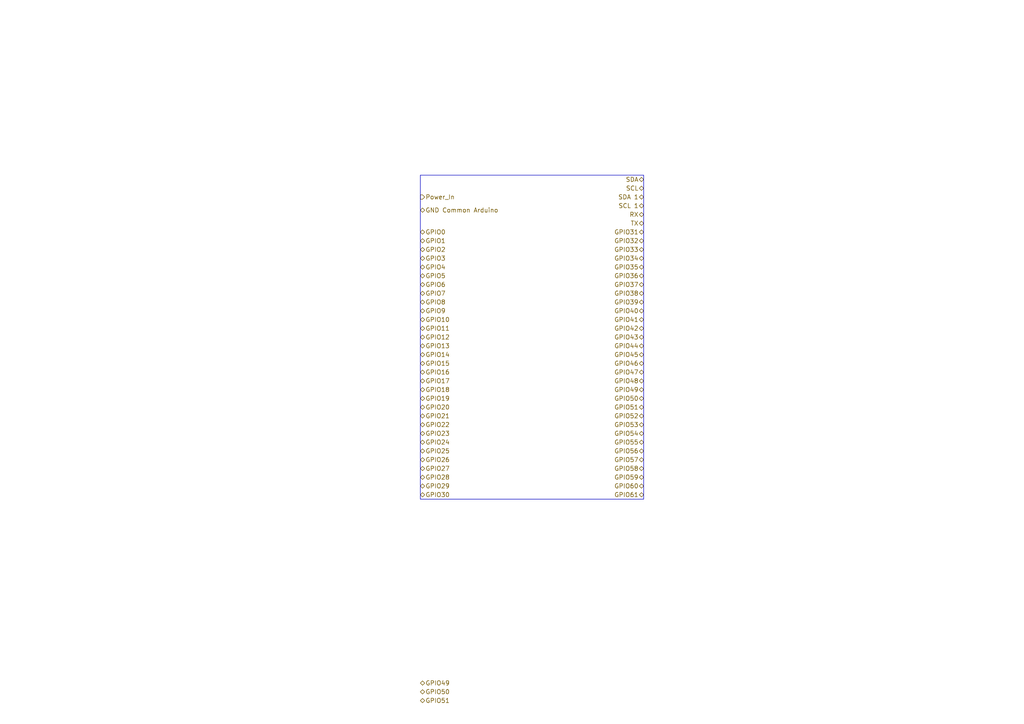
<source format=kicad_sch>
(kicad_sch
	(version 20231120)
	(generator "eeschema")
	(generator_version "8.0")
	(uuid "4210f74c-9338-4dd5-a44d-0b2393a89c41")
	(paper "A4")
	(lib_symbols)
	(rectangle
		(start 121.92 50.8)
		(end 186.69 144.78)
		(stroke
			(width 0)
			(type default)
		)
		(fill
			(type none)
		)
		(uuid b546156e-b01e-4dff-809b-6c69c6e556bb)
	)
	(hierarchical_label "GPIO21"
		(shape bidirectional)
		(at 121.92 120.65 0)
		(fields_autoplaced yes)
		(effects
			(font
				(size 1.27 1.27)
			)
			(justify left)
		)
		(uuid "02fb44d2-feb6-4306-b3d2-c209bcc75d81")
	)
	(hierarchical_label "GPIO18"
		(shape bidirectional)
		(at 121.92 113.03 0)
		(fields_autoplaced yes)
		(effects
			(font
				(size 1.27 1.27)
			)
			(justify left)
		)
		(uuid "0467f31e-0a96-4e9a-ace4-e4bbea391884")
	)
	(hierarchical_label "GPIO2"
		(shape bidirectional)
		(at 121.92 72.39 0)
		(fields_autoplaced yes)
		(effects
			(font
				(size 1.27 1.27)
			)
			(justify left)
		)
		(uuid "06b917ee-b6d0-4526-9661-8590dcfdd218")
	)
	(hierarchical_label "GPIO22"
		(shape bidirectional)
		(at 121.92 123.19 0)
		(fields_autoplaced yes)
		(effects
			(font
				(size 1.27 1.27)
			)
			(justify left)
		)
		(uuid "095d77f7-765f-4507-97ee-0d7e2736693f")
	)
	(hierarchical_label "GPIO51"
		(shape bidirectional)
		(at 121.92 203.2 0)
		(fields_autoplaced yes)
		(effects
			(font
				(size 1.27 1.27)
			)
			(justify left)
		)
		(uuid "0d9d6993-b1af-4e9d-9e87-5b6f2cba0fbf")
	)
	(hierarchical_label "GND Common Arduino"
		(shape bidirectional)
		(at 121.92 60.96 0)
		(fields_autoplaced yes)
		(effects
			(font
				(size 1.27 1.27)
			)
			(justify left)
		)
		(uuid "0dc49e93-e8dc-46d2-9b4e-4607b840deb6")
	)
	(hierarchical_label "GPIO39"
		(shape bidirectional)
		(at 186.69 87.63 180)
		(fields_autoplaced yes)
		(effects
			(font
				(size 1.27 1.27)
			)
			(justify right)
		)
		(uuid "0f38b7a4-95fe-4662-8a8d-26356d45948a")
	)
	(hierarchical_label "GPIO45"
		(shape bidirectional)
		(at 186.69 102.87 180)
		(fields_autoplaced yes)
		(effects
			(font
				(size 1.27 1.27)
			)
			(justify right)
		)
		(uuid "10ac20f2-ebb3-4f21-b640-f87661f10d8b")
	)
	(hierarchical_label "GPIO42"
		(shape bidirectional)
		(at 186.69 95.25 180)
		(fields_autoplaced yes)
		(effects
			(font
				(size 1.27 1.27)
			)
			(justify right)
		)
		(uuid "1397953f-7420-4d59-8490-969071f709fb")
	)
	(hierarchical_label "TX"
		(shape bidirectional)
		(at 186.69 64.77 180)
		(fields_autoplaced yes)
		(effects
			(font
				(size 1.27 1.27)
			)
			(justify right)
		)
		(uuid "158e81a9-a4b7-4230-8b70-46be7b85ee3b")
	)
	(hierarchical_label "GPIO29"
		(shape bidirectional)
		(at 121.92 140.97 0)
		(fields_autoplaced yes)
		(effects
			(font
				(size 1.27 1.27)
			)
			(justify left)
		)
		(uuid "22e6f866-fd9a-4891-b187-4d08e494ce96")
	)
	(hierarchical_label "GPIO5"
		(shape bidirectional)
		(at 121.92 80.01 0)
		(fields_autoplaced yes)
		(effects
			(font
				(size 1.27 1.27)
			)
			(justify left)
		)
		(uuid "2367e133-6a77-4cb1-a5cf-224a8b88cf1a")
	)
	(hierarchical_label "GPIO54"
		(shape bidirectional)
		(at 186.69 125.73 180)
		(fields_autoplaced yes)
		(effects
			(font
				(size 1.27 1.27)
			)
			(justify right)
		)
		(uuid "24148c37-bdff-4108-8207-3e25242c604f")
	)
	(hierarchical_label "GPIO44"
		(shape bidirectional)
		(at 186.69 100.33 180)
		(fields_autoplaced yes)
		(effects
			(font
				(size 1.27 1.27)
			)
			(justify right)
		)
		(uuid "2590c647-e4a0-41ad-ac9d-6a49eb2dea7d")
	)
	(hierarchical_label "GPIO35"
		(shape bidirectional)
		(at 186.69 77.47 180)
		(fields_autoplaced yes)
		(effects
			(font
				(size 1.27 1.27)
			)
			(justify right)
		)
		(uuid "266bca50-89fd-421b-aa2a-16b941f1081c")
	)
	(hierarchical_label "GPIO53"
		(shape bidirectional)
		(at 186.69 123.19 180)
		(fields_autoplaced yes)
		(effects
			(font
				(size 1.27 1.27)
			)
			(justify right)
		)
		(uuid "28984e3f-4f77-466a-9ecf-a0274a489c16")
	)
	(hierarchical_label "GPIO36"
		(shape bidirectional)
		(at 186.69 80.01 180)
		(fields_autoplaced yes)
		(effects
			(font
				(size 1.27 1.27)
			)
			(justify right)
		)
		(uuid "2cc30be7-7794-4777-ad57-1ff56fbb7a1b")
	)
	(hierarchical_label "SDA 1"
		(shape bidirectional)
		(at 186.69 57.15 180)
		(fields_autoplaced yes)
		(effects
			(font
				(size 1.27 1.27)
			)
			(justify right)
		)
		(uuid "33e2a12d-8079-438b-810c-092eb525f770")
	)
	(hierarchical_label "RX"
		(shape bidirectional)
		(at 186.69 62.23 180)
		(fields_autoplaced yes)
		(effects
			(font
				(size 1.27 1.27)
			)
			(justify right)
		)
		(uuid "3805f71f-f4ba-4569-ab44-11ca3f3f81fe")
	)
	(hierarchical_label "GPIO55"
		(shape bidirectional)
		(at 186.69 128.27 180)
		(fields_autoplaced yes)
		(effects
			(font
				(size 1.27 1.27)
			)
			(justify right)
		)
		(uuid "3c3dde1f-4721-4bd2-9e82-03d1f2a84565")
	)
	(hierarchical_label "GPIO7"
		(shape bidirectional)
		(at 121.92 85.09 0)
		(fields_autoplaced yes)
		(effects
			(font
				(size 1.27 1.27)
			)
			(justify left)
		)
		(uuid "40b9bff1-fab6-4330-86e8-3e15decca6a6")
	)
	(hierarchical_label "GPIO19"
		(shape bidirectional)
		(at 121.92 115.57 0)
		(fields_autoplaced yes)
		(effects
			(font
				(size 1.27 1.27)
			)
			(justify left)
		)
		(uuid "41403ffd-f71a-45de-b2d7-7e5cdaa76480")
	)
	(hierarchical_label "GPIO56"
		(shape bidirectional)
		(at 186.69 130.81 180)
		(fields_autoplaced yes)
		(effects
			(font
				(size 1.27 1.27)
			)
			(justify right)
		)
		(uuid "414a416a-f632-4a6a-8967-66418371912c")
	)
	(hierarchical_label "GPIO25"
		(shape bidirectional)
		(at 121.92 130.81 0)
		(fields_autoplaced yes)
		(effects
			(font
				(size 1.27 1.27)
			)
			(justify left)
		)
		(uuid "466459e4-456a-4173-b0e9-b659c57db61c")
	)
	(hierarchical_label "GPIO8"
		(shape bidirectional)
		(at 121.92 87.63 0)
		(fields_autoplaced yes)
		(effects
			(font
				(size 1.27 1.27)
			)
			(justify left)
		)
		(uuid "49678020-6abf-40e2-8c9b-020fc4c1986f")
	)
	(hierarchical_label "GPIO11"
		(shape bidirectional)
		(at 121.92 95.25 0)
		(fields_autoplaced yes)
		(effects
			(font
				(size 1.27 1.27)
			)
			(justify left)
		)
		(uuid "4cdadbd4-43b5-4c57-aa9b-3e5abfcbfc0c")
	)
	(hierarchical_label "GPIO37"
		(shape bidirectional)
		(at 186.69 82.55 180)
		(fields_autoplaced yes)
		(effects
			(font
				(size 1.27 1.27)
			)
			(justify right)
		)
		(uuid "4e480f94-96d1-4fab-b6d6-6a1c8e6ed989")
	)
	(hierarchical_label "GPIO1"
		(shape bidirectional)
		(at 121.92 69.85 0)
		(fields_autoplaced yes)
		(effects
			(font
				(size 1.27 1.27)
			)
			(justify left)
		)
		(uuid "5a8ae53e-4a1b-4acf-a48e-b1d8e690e92e")
	)
	(hierarchical_label "GPIO61"
		(shape bidirectional)
		(at 186.69 143.51 180)
		(fields_autoplaced yes)
		(effects
			(font
				(size 1.27 1.27)
			)
			(justify right)
		)
		(uuid "65c411e5-349a-484b-909c-7696226767de")
	)
	(hierarchical_label "GPIO14"
		(shape bidirectional)
		(at 121.92 102.87 0)
		(fields_autoplaced yes)
		(effects
			(font
				(size 1.27 1.27)
			)
			(justify left)
		)
		(uuid "6cde9a9f-7ccc-4fa8-8e6c-50b7a88137c7")
	)
	(hierarchical_label "GPIO0"
		(shape bidirectional)
		(at 121.92 67.31 0)
		(fields_autoplaced yes)
		(effects
			(font
				(size 1.27 1.27)
			)
			(justify left)
		)
		(uuid "7417de72-243b-44fb-ac83-09ac38cd05d4")
	)
	(hierarchical_label "GPIO27"
		(shape bidirectional)
		(at 121.92 135.89 0)
		(fields_autoplaced yes)
		(effects
			(font
				(size 1.27 1.27)
			)
			(justify left)
		)
		(uuid "78c67a9a-481a-4f69-a059-0fea671c2414")
	)
	(hierarchical_label "GPIO58"
		(shape bidirectional)
		(at 186.69 135.89 180)
		(fields_autoplaced yes)
		(effects
			(font
				(size 1.27 1.27)
			)
			(justify right)
		)
		(uuid "79a6b955-9f98-4ed7-aad8-cc9687d6abf7")
	)
	(hierarchical_label "GPIO6"
		(shape bidirectional)
		(at 121.92 82.55 0)
		(fields_autoplaced yes)
		(effects
			(font
				(size 1.27 1.27)
			)
			(justify left)
		)
		(uuid "7a15dc42-f5fa-4b3d-a6b9-49bf952a1486")
	)
	(hierarchical_label "SCL"
		(shape bidirectional)
		(at 186.69 54.61 180)
		(fields_autoplaced yes)
		(effects
			(font
				(size 1.27 1.27)
			)
			(justify right)
		)
		(uuid "7ab6b6fc-1243-4aac-ad79-76a878498e95")
	)
	(hierarchical_label "GPIO17"
		(shape bidirectional)
		(at 121.92 110.49 0)
		(fields_autoplaced yes)
		(effects
			(font
				(size 1.27 1.27)
			)
			(justify left)
		)
		(uuid "7abff1db-d1ab-4156-9a5e-0f30368cf1ae")
	)
	(hierarchical_label "GPIO60"
		(shape bidirectional)
		(at 186.69 140.97 180)
		(fields_autoplaced yes)
		(effects
			(font
				(size 1.27 1.27)
			)
			(justify right)
		)
		(uuid "7b343652-4916-4ff5-a685-0049c42f9fb2")
	)
	(hierarchical_label "Power_In"
		(shape output)
		(at 121.92 57.15 0)
		(fields_autoplaced yes)
		(effects
			(font
				(size 1.27 1.27)
			)
			(justify left)
		)
		(uuid "7c6935dd-1acf-485d-b680-7a4701dd2a61")
	)
	(hierarchical_label "GPIO13"
		(shape bidirectional)
		(at 121.92 100.33 0)
		(fields_autoplaced yes)
		(effects
			(font
				(size 1.27 1.27)
			)
			(justify left)
		)
		(uuid "847e8e0a-3002-4b40-87bc-ccaa63e98e79")
	)
	(hierarchical_label "GPIO34"
		(shape bidirectional)
		(at 186.69 74.93 180)
		(fields_autoplaced yes)
		(effects
			(font
				(size 1.27 1.27)
			)
			(justify right)
		)
		(uuid "8584de5a-f445-4439-ac4f-a1d3b288f4b7")
	)
	(hierarchical_label "GPIO4"
		(shape bidirectional)
		(at 121.92 77.47 0)
		(fields_autoplaced yes)
		(effects
			(font
				(size 1.27 1.27)
			)
			(justify left)
		)
		(uuid "88951090-fcf1-4332-a1c1-e75279adb202")
	)
	(hierarchical_label "SCL 1"
		(shape bidirectional)
		(at 186.69 59.69 180)
		(fields_autoplaced yes)
		(effects
			(font
				(size 1.27 1.27)
			)
			(justify right)
		)
		(uuid "8b89efa6-3698-48ec-bd37-60cc367dcb5a")
	)
	(hierarchical_label "GPIO50"
		(shape bidirectional)
		(at 186.69 115.57 180)
		(fields_autoplaced yes)
		(effects
			(font
				(size 1.27 1.27)
			)
			(justify right)
		)
		(uuid "8d4d17f7-6898-4f16-bf25-c688be6928b2")
	)
	(hierarchical_label "GPIO52"
		(shape bidirectional)
		(at 186.69 120.65 180)
		(fields_autoplaced yes)
		(effects
			(font
				(size 1.27 1.27)
			)
			(justify right)
		)
		(uuid "902c54b0-29dd-463f-946d-8a29acdc346e")
	)
	(hierarchical_label "GPIO49"
		(shape bidirectional)
		(at 121.92 198.12 0)
		(fields_autoplaced yes)
		(effects
			(font
				(size 1.27 1.27)
			)
			(justify left)
		)
		(uuid "9103023d-b882-4041-b056-a542078058a5")
	)
	(hierarchical_label "GPIO32"
		(shape bidirectional)
		(at 186.69 69.85 180)
		(fields_autoplaced yes)
		(effects
			(font
				(size 1.27 1.27)
			)
			(justify right)
		)
		(uuid "94ec5d87-9f98-44f9-8841-6d77a6087c4e")
	)
	(hierarchical_label "GPIO41"
		(shape bidirectional)
		(at 186.69 92.71 180)
		(fields_autoplaced yes)
		(effects
			(font
				(size 1.27 1.27)
			)
			(justify right)
		)
		(uuid "9a0fd46d-a714-4520-99c0-c82bdde98d38")
	)
	(hierarchical_label "GPIO48"
		(shape bidirectional)
		(at 186.69 110.49 180)
		(fields_autoplaced yes)
		(effects
			(font
				(size 1.27 1.27)
			)
			(justify right)
		)
		(uuid "9a37d146-4d4f-489b-a927-b65ade1fc1a7")
	)
	(hierarchical_label "GPIO51"
		(shape bidirectional)
		(at 186.69 118.11 180)
		(fields_autoplaced yes)
		(effects
			(font
				(size 1.27 1.27)
			)
			(justify right)
		)
		(uuid "9d5951f0-b74b-4449-ac4d-23edad16d45e")
	)
	(hierarchical_label "GPIO30"
		(shape bidirectional)
		(at 121.92 143.51 0)
		(fields_autoplaced yes)
		(effects
			(font
				(size 1.27 1.27)
			)
			(justify left)
		)
		(uuid "a3772ca2-f33a-4a31-8008-292c7baaf503")
	)
	(hierarchical_label "GPIO38"
		(shape bidirectional)
		(at 186.69 85.09 180)
		(fields_autoplaced yes)
		(effects
			(font
				(size 1.27 1.27)
			)
			(justify right)
		)
		(uuid "a47f03f1-afc5-4934-930f-1fca105518d2")
	)
	(hierarchical_label "GPIO46"
		(shape bidirectional)
		(at 186.69 105.41 180)
		(fields_autoplaced yes)
		(effects
			(font
				(size 1.27 1.27)
			)
			(justify right)
		)
		(uuid "a8e4665a-23be-4c28-a1c9-037f0bc609dc")
	)
	(hierarchical_label "GPIO23"
		(shape bidirectional)
		(at 121.92 125.73 0)
		(fields_autoplaced yes)
		(effects
			(font
				(size 1.27 1.27)
			)
			(justify left)
		)
		(uuid "abf4f3d1-5e0e-439f-b582-c35b2f4d3b66")
	)
	(hierarchical_label "GPIO31"
		(shape bidirectional)
		(at 186.69 67.31 180)
		(fields_autoplaced yes)
		(effects
			(font
				(size 1.27 1.27)
			)
			(justify right)
		)
		(uuid "b023d921-fc59-401d-a1d0-c3ca83e9e49a")
	)
	(hierarchical_label "GPIO43"
		(shape bidirectional)
		(at 186.69 97.79 180)
		(fields_autoplaced yes)
		(effects
			(font
				(size 1.27 1.27)
			)
			(justify right)
		)
		(uuid "b1bcc534-16a6-4eb2-bfd3-9a780e562fc5")
	)
	(hierarchical_label "GPIO26"
		(shape bidirectional)
		(at 121.92 133.35 0)
		(fields_autoplaced yes)
		(effects
			(font
				(size 1.27 1.27)
			)
			(justify left)
		)
		(uuid "b3334186-f63e-4dc0-8990-c5a64def46b7")
	)
	(hierarchical_label "GPIO28"
		(shape bidirectional)
		(at 121.92 138.43 0)
		(fields_autoplaced yes)
		(effects
			(font
				(size 1.27 1.27)
			)
			(justify left)
		)
		(uuid "b47c7c4c-d479-4fa5-8d2f-715af462fd18")
	)
	(hierarchical_label "SDA"
		(shape bidirectional)
		(at 186.69 52.07 180)
		(fields_autoplaced yes)
		(effects
			(font
				(size 1.27 1.27)
			)
			(justify right)
		)
		(uuid "b67969b2-fb45-4280-b784-3a0bbbf0b321")
	)
	(hierarchical_label "GPIO10"
		(shape bidirectional)
		(at 121.92 92.71 0)
		(fields_autoplaced yes)
		(effects
			(font
				(size 1.27 1.27)
			)
			(justify left)
		)
		(uuid "b7ee5217-6b6b-4998-b0d9-71dfb3e46ec0")
	)
	(hierarchical_label "GPIO33"
		(shape bidirectional)
		(at 186.69 72.39 180)
		(fields_autoplaced yes)
		(effects
			(font
				(size 1.27 1.27)
			)
			(justify right)
		)
		(uuid "c22906bc-6d02-4263-843b-bee2652de8f1")
	)
	(hierarchical_label "GPIO57"
		(shape bidirectional)
		(at 186.69 133.35 180)
		(fields_autoplaced yes)
		(effects
			(font
				(size 1.27 1.27)
			)
			(justify right)
		)
		(uuid "c7b9d5c3-308f-44a5-a80b-305980e190dc")
	)
	(hierarchical_label "GPIO59"
		(shape bidirectional)
		(at 186.69 138.43 180)
		(fields_autoplaced yes)
		(effects
			(font
				(size 1.27 1.27)
			)
			(justify right)
		)
		(uuid "d638f3a4-c357-43ba-ac5b-4cf31361db38")
	)
	(hierarchical_label "GPIO3"
		(shape bidirectional)
		(at 121.92 74.93 0)
		(fields_autoplaced yes)
		(effects
			(font
				(size 1.27 1.27)
			)
			(justify left)
		)
		(uuid "de6e03b4-548b-4bd9-9c3b-6470c4aa3cf8")
	)
	(hierarchical_label "GPIO9"
		(shape bidirectional)
		(at 121.92 90.17 0)
		(fields_autoplaced yes)
		(effects
			(font
				(size 1.27 1.27)
			)
			(justify left)
		)
		(uuid "e0b2826e-adcf-48e9-83ab-ba932cd2f21f")
	)
	(hierarchical_label "GPIO49"
		(shape bidirectional)
		(at 186.69 113.03 180)
		(fields_autoplaced yes)
		(effects
			(font
				(size 1.27 1.27)
			)
			(justify right)
		)
		(uuid "e6e866db-13ca-4391-b581-bf398c40d48a")
	)
	(hierarchical_label "GPIO12"
		(shape bidirectional)
		(at 121.92 97.79 0)
		(fields_autoplaced yes)
		(effects
			(font
				(size 1.27 1.27)
			)
			(justify left)
		)
		(uuid "f14fe3be-6bcd-4d69-9f55-30499c6ecf9b")
	)
	(hierarchical_label "GPIO24"
		(shape bidirectional)
		(at 121.92 128.27 0)
		(fields_autoplaced yes)
		(effects
			(font
				(size 1.27 1.27)
			)
			(justify left)
		)
		(uuid "f5c15f30-b575-4add-a4e2-859c92787807")
	)
	(hierarchical_label "GPIO50"
		(shape bidirectional)
		(at 121.92 200.66 0)
		(fields_autoplaced yes)
		(effects
			(font
				(size 1.27 1.27)
			)
			(justify left)
		)
		(uuid "f7e76fd5-e2a2-4502-8150-18f40efb8ce2")
	)
	(hierarchical_label "GPIO16"
		(shape bidirectional)
		(at 121.92 107.95 0)
		(fields_autoplaced yes)
		(effects
			(font
				(size 1.27 1.27)
			)
			(justify left)
		)
		(uuid "f9101d97-815c-4daa-8515-87860e42fe6d")
	)
	(hierarchical_label "GPIO20"
		(shape bidirectional)
		(at 121.92 118.11 0)
		(fields_autoplaced yes)
		(effects
			(font
				(size 1.27 1.27)
			)
			(justify left)
		)
		(uuid "f932a8ff-c91b-4261-84e1-6244eb0b6a95")
	)
	(hierarchical_label "GPIO40"
		(shape bidirectional)
		(at 186.69 90.17 180)
		(fields_autoplaced yes)
		(effects
			(font
				(size 1.27 1.27)
			)
			(justify right)
		)
		(uuid "fb5ac8b5-9806-4028-91b4-9a061f59c961")
	)
	(hierarchical_label "GPIO47"
		(shape bidirectional)
		(at 186.69 107.95 180)
		(fields_autoplaced yes)
		(effects
			(font
				(size 1.27 1.27)
			)
			(justify right)
		)
		(uuid "fc14874d-dcef-4005-a172-7d533cc26d3b")
	)
	(hierarchical_label "GPIO15"
		(shape bidirectional)
		(at 121.92 105.41 0)
		(fields_autoplaced yes)
		(effects
			(font
				(size 1.27 1.27)
			)
			(justify left)
		)
		(uuid "ffc75ae3-ed56-4342-bf5b-11ddfdf736e2")
	)
)

</source>
